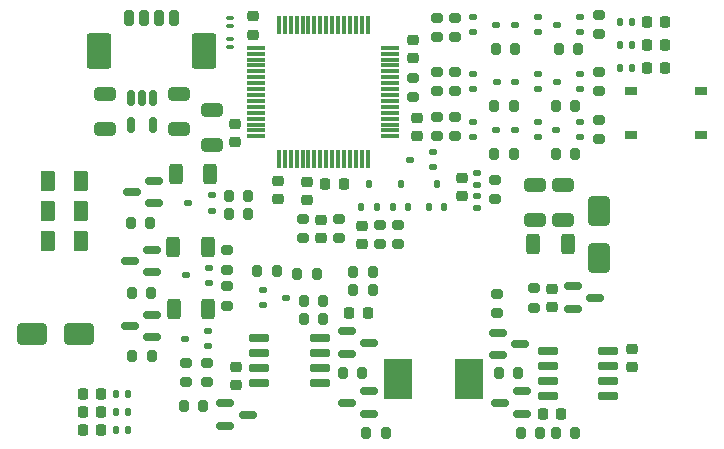
<source format=gbr>
%TF.GenerationSoftware,KiCad,Pcbnew,8.0.3*%
%TF.CreationDate,2024-07-07T18:19:15-07:00*%
%TF.ProjectId,JPBms2,4a50426d-7332-42e6-9b69-6361645f7063,rev?*%
%TF.SameCoordinates,Original*%
%TF.FileFunction,Paste,Top*%
%TF.FilePolarity,Positive*%
%FSLAX46Y46*%
G04 Gerber Fmt 4.6, Leading zero omitted, Abs format (unit mm)*
G04 Created by KiCad (PCBNEW 8.0.3) date 2024-07-07 18:19:15*
%MOMM*%
%LPD*%
G01*
G04 APERTURE LIST*
G04 Aperture macros list*
%AMRoundRect*
0 Rectangle with rounded corners*
0 $1 Rounding radius*
0 $2 $3 $4 $5 $6 $7 $8 $9 X,Y pos of 4 corners*
0 Add a 4 corners polygon primitive as box body*
4,1,4,$2,$3,$4,$5,$6,$7,$8,$9,$2,$3,0*
0 Add four circle primitives for the rounded corners*
1,1,$1+$1,$2,$3*
1,1,$1+$1,$4,$5*
1,1,$1+$1,$6,$7*
1,1,$1+$1,$8,$9*
0 Add four rect primitives between the rounded corners*
20,1,$1+$1,$2,$3,$4,$5,0*
20,1,$1+$1,$4,$5,$6,$7,0*
20,1,$1+$1,$6,$7,$8,$9,0*
20,1,$1+$1,$8,$9,$2,$3,0*%
G04 Aperture macros list end*
%ADD10RoundRect,0.250000X1.000000X0.650000X-1.000000X0.650000X-1.000000X-0.650000X1.000000X-0.650000X0*%
%ADD11RoundRect,0.218750X0.218750X0.256250X-0.218750X0.256250X-0.218750X-0.256250X0.218750X-0.256250X0*%
%ADD12RoundRect,0.150000X0.725000X0.150000X-0.725000X0.150000X-0.725000X-0.150000X0.725000X-0.150000X0*%
%ADD13RoundRect,0.200000X-0.200000X-0.275000X0.200000X-0.275000X0.200000X0.275000X-0.200000X0.275000X0*%
%ADD14RoundRect,0.225000X-0.250000X0.225000X-0.250000X-0.225000X0.250000X-0.225000X0.250000X0.225000X0*%
%ADD15RoundRect,0.225000X0.225000X0.250000X-0.225000X0.250000X-0.225000X-0.250000X0.225000X-0.250000X0*%
%ADD16RoundRect,0.112500X0.237500X-0.112500X0.237500X0.112500X-0.237500X0.112500X-0.237500X-0.112500X0*%
%ADD17RoundRect,0.150000X-0.587500X-0.150000X0.587500X-0.150000X0.587500X0.150000X-0.587500X0.150000X0*%
%ADD18R,2.350000X3.500000*%
%ADD19RoundRect,0.225000X0.250000X-0.225000X0.250000X0.225000X-0.250000X0.225000X-0.250000X-0.225000X0*%
%ADD20RoundRect,0.250000X-0.375000X-0.625000X0.375000X-0.625000X0.375000X0.625000X-0.375000X0.625000X0*%
%ADD21RoundRect,0.200000X0.200000X0.275000X-0.200000X0.275000X-0.200000X-0.275000X0.200000X-0.275000X0*%
%ADD22RoundRect,0.250000X0.650000X-0.325000X0.650000X0.325000X-0.650000X0.325000X-0.650000X-0.325000X0*%
%ADD23RoundRect,0.135000X0.135000X0.185000X-0.135000X0.185000X-0.135000X-0.185000X0.135000X-0.185000X0*%
%ADD24RoundRect,0.250000X-0.312500X-0.625000X0.312500X-0.625000X0.312500X0.625000X-0.312500X0.625000X0*%
%ADD25RoundRect,0.112500X-0.237500X0.112500X-0.237500X-0.112500X0.237500X-0.112500X0.237500X0.112500X0*%
%ADD26RoundRect,0.200000X0.275000X-0.200000X0.275000X0.200000X-0.275000X0.200000X-0.275000X-0.200000X0*%
%ADD27RoundRect,0.200000X-0.275000X0.200000X-0.275000X-0.200000X0.275000X-0.200000X0.275000X0.200000X0*%
%ADD28RoundRect,0.135000X-0.135000X-0.185000X0.135000X-0.185000X0.135000X0.185000X-0.135000X0.185000X0*%
%ADD29RoundRect,0.150000X-0.150000X0.512500X-0.150000X-0.512500X0.150000X-0.512500X0.150000X0.512500X0*%
%ADD30RoundRect,0.250000X-0.650000X0.325000X-0.650000X-0.325000X0.650000X-0.325000X0.650000X0.325000X0*%
%ADD31RoundRect,0.112500X-0.112500X-0.237500X0.112500X-0.237500X0.112500X0.237500X-0.112500X0.237500X0*%
%ADD32RoundRect,0.150000X0.587500X0.150000X-0.587500X0.150000X-0.587500X-0.150000X0.587500X-0.150000X0*%
%ADD33RoundRect,0.200000X-0.200000X-0.450000X0.200000X-0.450000X0.200000X0.450000X-0.200000X0.450000X0*%
%ADD34RoundRect,0.250001X-0.799999X-1.249999X0.799999X-1.249999X0.799999X1.249999X-0.799999X1.249999X0*%
%ADD35RoundRect,0.135000X0.185000X-0.135000X0.185000X0.135000X-0.185000X0.135000X-0.185000X-0.135000X0*%
%ADD36RoundRect,0.250000X0.650000X-1.000000X0.650000X1.000000X-0.650000X1.000000X-0.650000X-1.000000X0*%
%ADD37RoundRect,0.225000X-0.225000X-0.250000X0.225000X-0.250000X0.225000X0.250000X-0.225000X0.250000X0*%
%ADD38RoundRect,0.050000X-0.250000X0.100000X-0.250000X-0.100000X0.250000X-0.100000X0.250000X0.100000X0*%
%ADD39RoundRect,0.150000X-0.725000X-0.150000X0.725000X-0.150000X0.725000X0.150000X-0.725000X0.150000X0*%
%ADD40RoundRect,0.075000X0.075000X-0.700000X0.075000X0.700000X-0.075000X0.700000X-0.075000X-0.700000X0*%
%ADD41RoundRect,0.075000X0.700000X-0.075000X0.700000X0.075000X-0.700000X0.075000X-0.700000X-0.075000X0*%
%ADD42R,1.000000X0.750000*%
G04 APERTURE END LIST*
D10*
%TO.C,D9*%
X105124000Y-90678000D03*
X101124000Y-90678000D03*
%TD*%
D11*
%TO.C,D4*%
X154750000Y-64330000D03*
X153175000Y-64330000D03*
%TD*%
D12*
%TO.C,U4*%
X149930000Y-95948000D03*
X149930000Y-94678000D03*
X149930000Y-93408000D03*
X149930000Y-92138000D03*
X144780000Y-92138000D03*
X144780000Y-93408000D03*
X144780000Y-94678000D03*
X144780000Y-95948000D03*
%TD*%
D13*
%TO.C,R9*%
X129414000Y-99060000D03*
X131064000Y-99060000D03*
%TD*%
D14*
%TO.C,C22*%
X129032000Y-81534000D03*
X129032000Y-83084000D03*
%TD*%
D15*
%TO.C,C19*%
X129553000Y-88900000D03*
X128003000Y-88900000D03*
%TD*%
D16*
%TO.C,D2*%
X135112000Y-76596000D03*
X135112000Y-75296000D03*
X133112000Y-75946000D03*
%TD*%
D11*
%TO.C,D12*%
X106985000Y-97282000D03*
X105410000Y-97282000D03*
%TD*%
D17*
%TO.C,U1*%
X146890500Y-86680000D03*
X146890500Y-88580000D03*
X148765500Y-87630000D03*
%TD*%
D18*
%TO.C,L1*%
X132103000Y-94488000D03*
X138153000Y-94488000D03*
%TD*%
D13*
%TO.C,R19*%
X109491294Y-81301110D03*
X111141294Y-81301110D03*
%TD*%
D19*
%TO.C,C15*%
X118364000Y-95009000D03*
X118364000Y-93459000D03*
%TD*%
D20*
%TO.C,F2*%
X102472496Y-80264000D03*
X105272496Y-80264000D03*
%TD*%
D11*
%TO.C,D6*%
X154750000Y-68220000D03*
X153175000Y-68220000D03*
%TD*%
D21*
%TO.C,R36*%
X129984000Y-86995000D03*
X128334000Y-86995000D03*
%TD*%
D22*
%TO.C,C4*%
X107288000Y-73357000D03*
X107288000Y-70407000D03*
%TD*%
D13*
%TO.C,R15*%
X127445000Y-93980000D03*
X129095000Y-93980000D03*
%TD*%
D16*
%TO.C,Q12*%
X144002000Y-65166000D03*
X144002000Y-63866000D03*
X142002000Y-64516000D03*
%TD*%
D23*
%TO.C,R41*%
X109243500Y-95758000D03*
X108223500Y-95758000D03*
%TD*%
D14*
%TO.C,C1*%
X145158725Y-86878547D03*
X145158725Y-88428547D03*
%TD*%
D16*
%TO.C,Q14*%
X147558000Y-69992000D03*
X147558000Y-68692000D03*
X145558000Y-69342000D03*
%TD*%
D14*
%TO.C,C12*%
X133731000Y-72377000D03*
X133731000Y-73927000D03*
%TD*%
D21*
%TO.C,R22*%
X119443000Y-78994000D03*
X117793000Y-78994000D03*
%TD*%
D16*
%TO.C,Q10*%
X116060500Y-91743000D03*
X116060500Y-90443000D03*
X114060500Y-91093000D03*
%TD*%
%TO.C,Q18*%
X143986000Y-74056000D03*
X143986000Y-72756000D03*
X141986000Y-73406000D03*
%TD*%
D24*
%TO.C,R28*%
X113308159Y-77131006D03*
X116233159Y-77131006D03*
%TD*%
D25*
%TO.C,Q13*%
X138446000Y-63866000D03*
X138446000Y-65166000D03*
X140446000Y-64516000D03*
%TD*%
D21*
%TO.C,R18*%
X147129000Y-99060000D03*
X145479000Y-99060000D03*
%TD*%
D26*
%TO.C,R53*%
X135382000Y-73977000D03*
X135382000Y-72327000D03*
%TD*%
D27*
%TO.C,R51*%
X136906000Y-68517000D03*
X136906000Y-70167000D03*
%TD*%
D28*
%TO.C,R12*%
X150874000Y-64330000D03*
X151894000Y-64330000D03*
%TD*%
D23*
%TO.C,R42*%
X109249500Y-97282000D03*
X108229500Y-97282000D03*
%TD*%
D16*
%TO.C,Q15*%
X144002000Y-69992000D03*
X144002000Y-68692000D03*
X142002000Y-69342000D03*
%TD*%
D26*
%TO.C,R4*%
X124079000Y-82613000D03*
X124079000Y-80963000D03*
%TD*%
D11*
%TO.C,D13*%
X106985000Y-98806000D03*
X105410000Y-98806000D03*
%TD*%
D29*
%TO.C,U2*%
X111380500Y-70764500D03*
X110430500Y-70764500D03*
X109480500Y-70764500D03*
X109480500Y-73039500D03*
X111380500Y-73039500D03*
%TD*%
D14*
%TO.C,C10*%
X133350000Y-65825000D03*
X133350000Y-67375000D03*
%TD*%
D30*
%TO.C,C3*%
X143684073Y-78078677D03*
X143684073Y-81028677D03*
%TD*%
D22*
%TO.C,C8*%
X116336748Y-74689253D03*
X116336748Y-71739253D03*
%TD*%
D21*
%TO.C,R8*%
X125793000Y-87884000D03*
X124143000Y-87884000D03*
%TD*%
D27*
%TO.C,R26*%
X117629000Y-86664000D03*
X117629000Y-88314000D03*
%TD*%
D26*
%TO.C,R50*%
X135382000Y-70167000D03*
X135382000Y-68517000D03*
%TD*%
D21*
%TO.C,R33*%
X121841500Y-85344000D03*
X120191500Y-85344000D03*
%TD*%
D23*
%TO.C,R43*%
X109245500Y-98806000D03*
X108225500Y-98806000D03*
%TD*%
D31*
%TO.C,D3*%
X129017000Y-79994000D03*
X130317000Y-79994000D03*
X129667000Y-77994000D03*
%TD*%
D32*
%TO.C,Q7*%
X111323000Y-90993000D03*
X111323000Y-89093000D03*
X109448000Y-90043000D03*
%TD*%
D14*
%TO.C,C13*%
X121920000Y-77711000D03*
X121920000Y-79261000D03*
%TD*%
D26*
%TO.C,R6*%
X130556000Y-83121000D03*
X130556000Y-81471000D03*
%TD*%
D11*
%TO.C,D11*%
X106985000Y-95758000D03*
X105410000Y-95758000D03*
%TD*%
D24*
%TO.C,R29*%
X113091500Y-83312000D03*
X116016500Y-83312000D03*
%TD*%
D33*
%TO.C,UART1*%
X109377000Y-63986000D03*
X110627000Y-63986000D03*
X111877000Y-63986000D03*
X113127000Y-63986000D03*
D34*
X106827000Y-66736000D03*
X115677000Y-66736000D03*
%TD*%
D11*
%TO.C,D5*%
X154750000Y-66220000D03*
X153175000Y-66220000D03*
%TD*%
D16*
%TO.C,Q8*%
X116332000Y-80264000D03*
X116332000Y-78964000D03*
X114332000Y-79614000D03*
%TD*%
D19*
%TO.C,C11*%
X118280000Y-74435000D03*
X118280000Y-72885000D03*
%TD*%
D14*
%TO.C,C7*%
X125603000Y-81013000D03*
X125603000Y-82563000D03*
%TD*%
D26*
%TO.C,R38*%
X149098000Y-65341000D03*
X149098000Y-63691000D03*
%TD*%
D13*
%TO.C,R49*%
X140272000Y-71374000D03*
X141922000Y-71374000D03*
%TD*%
D17*
%TO.C,Q21*%
X117505000Y-96586000D03*
X117505000Y-98486000D03*
X119380000Y-97536000D03*
%TD*%
D27*
%TO.C,R27*%
X114173000Y-93155000D03*
X114173000Y-94805000D03*
%TD*%
D35*
%TO.C,R32*%
X138811000Y-78107000D03*
X138811000Y-77087000D03*
%TD*%
D26*
%TO.C,R44*%
X149097946Y-74231000D03*
X149097946Y-72581000D03*
%TD*%
D21*
%TO.C,R37*%
X129984000Y-85471000D03*
X128334000Y-85471000D03*
%TD*%
D16*
%TO.C,Q9*%
X116127417Y-86396222D03*
X116127417Y-85096222D03*
X114127417Y-85746222D03*
%TD*%
D31*
%TO.C,D1*%
X134732000Y-79994000D03*
X136032000Y-79994000D03*
X135382000Y-77994000D03*
%TD*%
D19*
%TO.C,C17*%
X137541000Y-79007000D03*
X137541000Y-77457000D03*
%TD*%
D26*
%TO.C,R46*%
X135382000Y-65595000D03*
X135382000Y-63945000D03*
%TD*%
D14*
%TO.C,C14*%
X124400000Y-77825000D03*
X124400000Y-79375000D03*
%TD*%
D27*
%TO.C,R1*%
X140335000Y-77661000D03*
X140335000Y-79311000D03*
%TD*%
D36*
%TO.C,D14*%
X149098000Y-84296000D03*
X149098000Y-80296000D03*
%TD*%
D16*
%TO.C,Q17*%
X147526000Y-74056000D03*
X147526000Y-72756000D03*
X145526000Y-73406000D03*
%TD*%
D22*
%TO.C,C5*%
X113538000Y-73357000D03*
X113538000Y-70407000D03*
%TD*%
D27*
%TO.C,R2*%
X143632783Y-86828547D03*
X143632783Y-88478547D03*
%TD*%
D14*
%TO.C,C16*%
X151892000Y-91935000D03*
X151892000Y-93485000D03*
%TD*%
D13*
%TO.C,R16*%
X124143000Y-89408000D03*
X125793000Y-89408000D03*
%TD*%
D24*
%TO.C,R30*%
X113123000Y-88593000D03*
X116048000Y-88593000D03*
%TD*%
%TO.C,R3*%
X143571500Y-83058000D03*
X146496500Y-83058000D03*
%TD*%
D13*
%TO.C,R52*%
X140272000Y-75438000D03*
X141922000Y-75438000D03*
%TD*%
D27*
%TO.C,R47*%
X136906000Y-63945000D03*
X136906000Y-65595000D03*
%TD*%
D13*
%TO.C,R25*%
X117793000Y-80518000D03*
X119443000Y-80518000D03*
%TD*%
%TO.C,R21*%
X109596500Y-92581000D03*
X111246500Y-92581000D03*
%TD*%
D26*
%TO.C,R40*%
X149095387Y-70167000D03*
X149095387Y-68517000D03*
%TD*%
D37*
%TO.C,C20*%
X144345525Y-97488936D03*
X145895525Y-97488936D03*
%TD*%
D27*
%TO.C,R54*%
X136906000Y-72327000D03*
X136906000Y-73977000D03*
%TD*%
D25*
%TO.C,Q19*%
X138446000Y-72756000D03*
X138446000Y-74056000D03*
X140446000Y-73406000D03*
%TD*%
D30*
%TO.C,C2*%
X146050000Y-78076000D03*
X146050000Y-81026000D03*
%TD*%
D20*
%TO.C,F1*%
X102486000Y-82804000D03*
X105286000Y-82804000D03*
%TD*%
D16*
%TO.C,Q11*%
X147558000Y-65166000D03*
X147558000Y-63866000D03*
X145558000Y-64516000D03*
%TD*%
D14*
%TO.C,C21*%
X119795515Y-63814125D03*
X119795515Y-65364125D03*
%TD*%
D38*
%TO.C,D7*%
X117856000Y-63912000D03*
X117856000Y-64612000D03*
%TD*%
D13*
%TO.C,R20*%
X109565000Y-87212000D03*
X111215000Y-87212000D03*
%TD*%
D27*
%TO.C,R5*%
X127127000Y-80963000D03*
X127127000Y-82613000D03*
%TD*%
D26*
%TO.C,R10*%
X140462000Y-88963000D03*
X140462000Y-87313000D03*
%TD*%
D28*
%TO.C,R14*%
X150874000Y-68220000D03*
X151894000Y-68220000D03*
%TD*%
D32*
%TO.C,Q4*%
X142591000Y-97470000D03*
X142591000Y-95570000D03*
X140716000Y-96520000D03*
%TD*%
D15*
%TO.C,C9*%
X127521000Y-78000000D03*
X125971000Y-78000000D03*
%TD*%
D32*
%TO.C,Q1*%
X129637000Y-97470000D03*
X129637000Y-95570000D03*
X127762000Y-96520000D03*
%TD*%
%TO.C,Q5*%
X111471794Y-79651110D03*
X111471794Y-77751110D03*
X109596794Y-78701110D03*
%TD*%
D21*
%TO.C,R56*%
X147129000Y-75438000D03*
X145479000Y-75438000D03*
%TD*%
D17*
%TO.C,Q3*%
X127757500Y-90490000D03*
X127757500Y-92390000D03*
X129632500Y-91440000D03*
%TD*%
D25*
%TO.C,Q20*%
X120666000Y-86980000D03*
X120666000Y-88280000D03*
X122666000Y-87630000D03*
%TD*%
D27*
%TO.C,R24*%
X115951000Y-93155000D03*
X115951000Y-94805000D03*
%TD*%
D31*
%TO.C,D18*%
X131684000Y-79978000D03*
X132984000Y-79978000D03*
X132334000Y-77978000D03*
%TD*%
D32*
%TO.C,Q6*%
X111291500Y-85462000D03*
X111291500Y-83562000D03*
X109416500Y-84512000D03*
%TD*%
D27*
%TO.C,R23*%
X117629000Y-83615000D03*
X117629000Y-85265000D03*
%TD*%
D20*
%TO.C,F3*%
X102486000Y-77724000D03*
X105286000Y-77724000D03*
%TD*%
D39*
%TO.C,U6*%
X120361000Y-91059000D03*
X120361000Y-92329000D03*
X120361000Y-93599000D03*
X120361000Y-94869000D03*
X125511000Y-94869000D03*
X125511000Y-93599000D03*
X125511000Y-92329000D03*
X125511000Y-91059000D03*
%TD*%
D13*
%TO.C,R45*%
X140399000Y-66548000D03*
X142049000Y-66548000D03*
%TD*%
%TO.C,R34*%
X123572000Y-85598000D03*
X125222000Y-85598000D03*
%TD*%
D26*
%TO.C,R7*%
X132080000Y-83121000D03*
X132080000Y-81471000D03*
%TD*%
D38*
%TO.C,D8*%
X117856000Y-65690000D03*
X117856000Y-66390000D03*
%TD*%
D35*
%TO.C,R31*%
X138811000Y-80012000D03*
X138811000Y-78992000D03*
%TD*%
D26*
%TO.C,R39*%
X133350000Y-70675000D03*
X133350000Y-69025000D03*
%TD*%
D13*
%TO.C,R11*%
X142494000Y-99060000D03*
X144144000Y-99060000D03*
%TD*%
D21*
%TO.C,R55*%
X147129000Y-71374000D03*
X145479000Y-71374000D03*
%TD*%
D40*
%TO.C,U3*%
X122030000Y-75895000D03*
X122530000Y-75895000D03*
X123030000Y-75895000D03*
X123530000Y-75895000D03*
X124030000Y-75895000D03*
X124530000Y-75895000D03*
X125030000Y-75895000D03*
X125530000Y-75895000D03*
X126030000Y-75895000D03*
X126530000Y-75895000D03*
X127030000Y-75895000D03*
X127530000Y-75895000D03*
X128030000Y-75895000D03*
X128530000Y-75895000D03*
X129030000Y-75895000D03*
X129530000Y-75895000D03*
D41*
X131455000Y-73970000D03*
X131455000Y-73470000D03*
X131455000Y-72970000D03*
X131455000Y-72470000D03*
X131455000Y-71970000D03*
X131455000Y-71470000D03*
X131455000Y-70970000D03*
X131455000Y-70470000D03*
X131455000Y-69970000D03*
X131455000Y-69470000D03*
X131455000Y-68970000D03*
X131455000Y-68470000D03*
X131455000Y-67970000D03*
X131455000Y-67470000D03*
X131455000Y-66970000D03*
X131455000Y-66470000D03*
D40*
X129530000Y-64545000D03*
X129030000Y-64545000D03*
X128530000Y-64545000D03*
X128030000Y-64545000D03*
X127530000Y-64545000D03*
X127030000Y-64545000D03*
X126530000Y-64545000D03*
X126030000Y-64545000D03*
X125530000Y-64545000D03*
X125030000Y-64545000D03*
X124530000Y-64545000D03*
X124030000Y-64545000D03*
X123530000Y-64545000D03*
X123030000Y-64545000D03*
X122530000Y-64545000D03*
X122030000Y-64545000D03*
D41*
X120105000Y-66470000D03*
X120105000Y-66970000D03*
X120105000Y-67470000D03*
X120105000Y-67970000D03*
X120105000Y-68470000D03*
X120105000Y-68970000D03*
X120105000Y-69470000D03*
X120105000Y-69970000D03*
X120105000Y-70470000D03*
X120105000Y-70970000D03*
X120105000Y-71470000D03*
X120105000Y-71970000D03*
X120105000Y-72470000D03*
X120105000Y-72970000D03*
X120105000Y-73470000D03*
X120105000Y-73970000D03*
%TD*%
D28*
%TO.C,R13*%
X150874000Y-66220000D03*
X151894000Y-66220000D03*
%TD*%
D13*
%TO.C,R35*%
X113983000Y-96774000D03*
X115633000Y-96774000D03*
%TD*%
D25*
%TO.C,Q16*%
X138462000Y-68692000D03*
X138462000Y-69992000D03*
X140462000Y-69342000D03*
%TD*%
D21*
%TO.C,R17*%
X142303000Y-93980000D03*
X140653000Y-93980000D03*
%TD*%
D17*
%TO.C,Q2*%
X140604651Y-90579350D03*
X140604651Y-92479350D03*
X142479651Y-91529350D03*
%TD*%
D21*
%TO.C,R48*%
X147383000Y-66548000D03*
X145733000Y-66548000D03*
%TD*%
D42*
%TO.C,SW1*%
X157800000Y-73875000D03*
X151800000Y-73875000D03*
X157800000Y-70125000D03*
X151800000Y-70125000D03*
%TD*%
M02*

</source>
